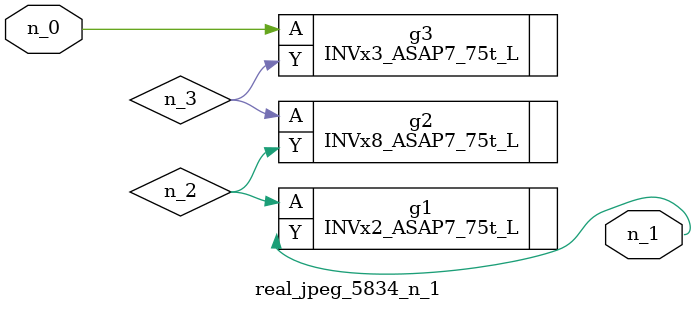
<source format=v>
module real_jpeg_5834_n_1 (n_0, n_1);

input n_0;

output n_1;

wire n_3;
wire n_2;

INVx3_ASAP7_75t_L g3 ( 
.A(n_0),
.Y(n_3)
);

INVx2_ASAP7_75t_L g1 ( 
.A(n_2),
.Y(n_1)
);

INVx8_ASAP7_75t_L g2 ( 
.A(n_3),
.Y(n_2)
);


endmodule
</source>
